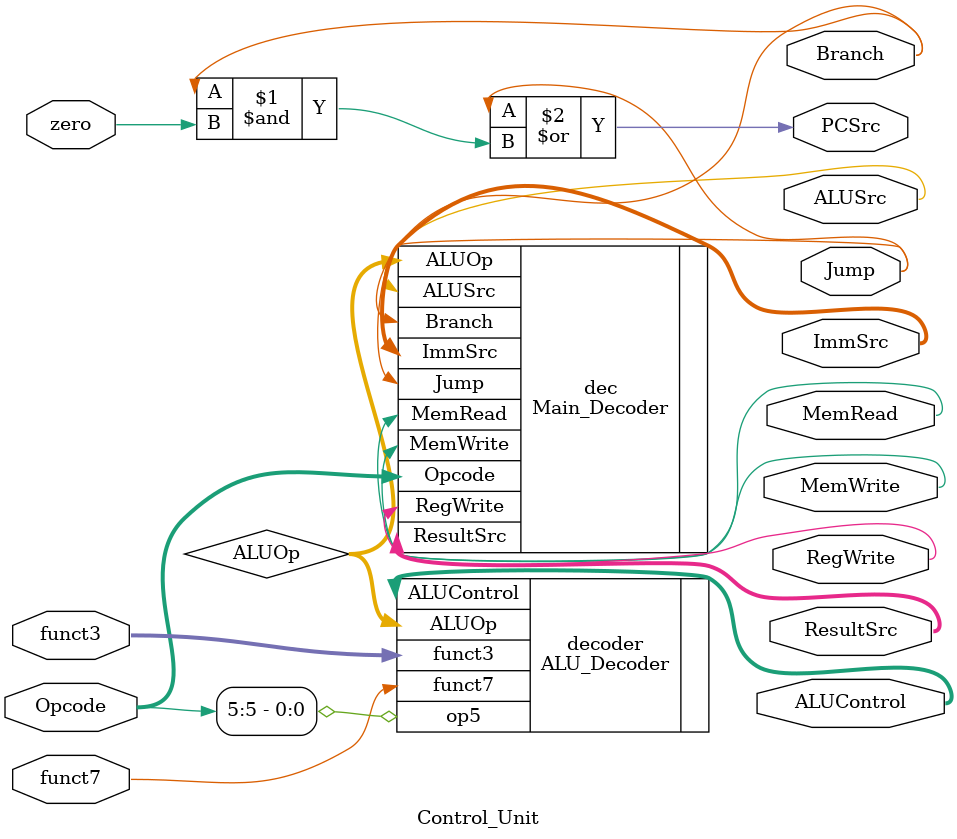
<source format=v>
module Control_Unit
(
input [6:0]Opcode,
input [2:0]funct3,
input funct7,
input zero,
output [2:0]ALUControl,
output [1:0]ImmSrc,
output  RegWrite,
output  ALUSrc,
output  MemWrite,
output MemRead,
output  [1:0]ResultSrc,
output Branch,
output Jump,
output PCSrc
);
wire [1:0]ALUOp;

ALU_Decoder decoder (.funct3(funct3),.funct7(funct7),.op5(Opcode[5]),.ALUControl(ALUControl),.ALUOp(ALUOp));

Main_Decoder dec(.Opcode(Opcode),.ALUOp(ALUOp),.ImmSrc(ImmSrc),.RegWrite(RegWrite),.ALUSrc(ALUSrc),.MemWrite(MemWrite)
 		,.MemRead(MemRead),.ResultSrc(ResultSrc),.Branch(Branch),.Jump(Jump));
assign PCSrc = Jump | ( Branch&zero) ;
endmodule

</source>
